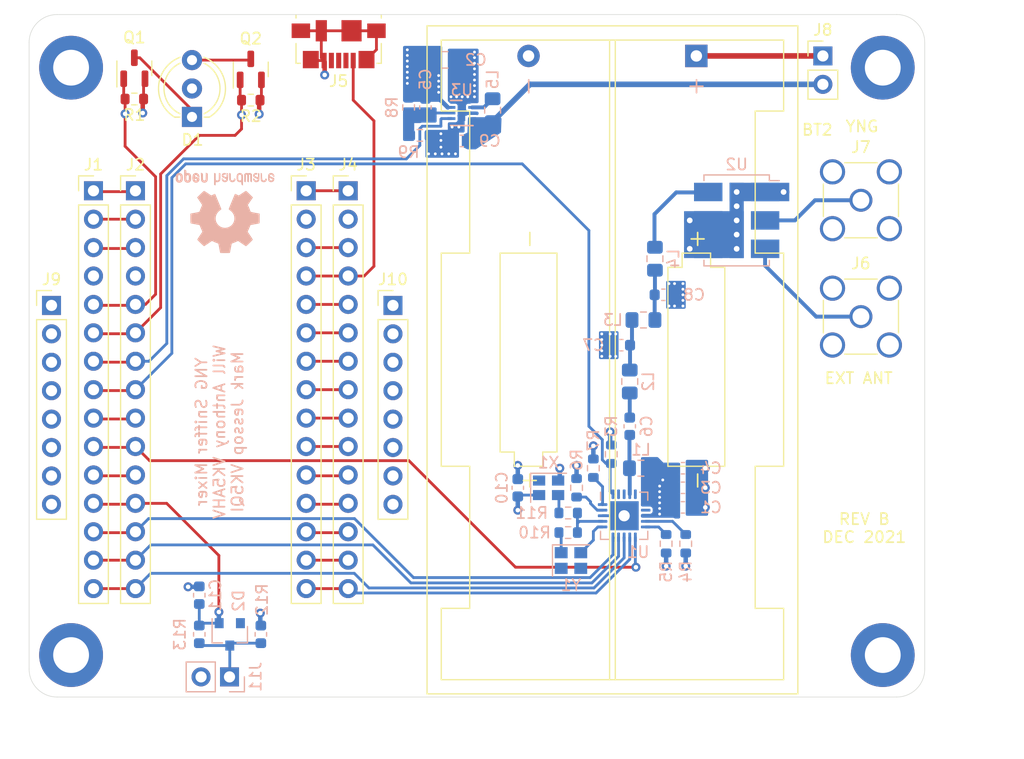
<source format=kicad_pcb>
(kicad_pcb (version 20171130) (host pcbnew "(5.1.12)-1")
  (layers (0 F.Cu signal) (1 In1.Cu power) (2 In2.Cu power) (31 B.Cu signal) (34 B.Paste user) (35 F.Paste user) (36 B.SilkS user) (37 F.SilkS user) (38 B.Mask user) (39 F.Mask user) (44 Edge.Cuts user))
  (net 0 "")
  (net 1 GND)
  (net 2 "Net-(BT2-Pad1)")
  (net 3 +3V3)
  (net 4 "Net-(C5-Pad1)")
  (net 5 "Net-(C6-Pad2)")
  (net 6 "Net-(C6-Pad1)")
  (net 7 "Net-(C7-Pad2)")
  (net 8 "Net-(C8-Pad2)")
  (net 9 "Net-(C9-Pad2)")
  (net 10 /SPI1_MISO)
  (net 11 /SPI1_MOSI)
  (net 12 /SPI1_CS)
  (net 13 /D9)
  (net 14 /D8)
  (net 15 /D7)
  (net 16 /+5VDC)
  (net 17 /D5)
  (net 18 /D4)
  (net 19 /D3)
  (net 20 /D2)
  (net 21 /RESET)
  (net 22 /USART1_RX)
  (net 23 /USART1_TX)
  (net 24 /SPI1_SCK)
  (net 25 /AREF)
  (net 26 /A0)
  (net 27 /A1)
  (net 28 /A2)
  (net 29 /A3)
  (net 30 /A4)
  (net 31 /A5)
  (net 32 /A6)
  (net 33 /A7)
  (net 34 /VIN)
  (net 35 "Net-(J5-Pad4)")
  (net 36 "Net-(J5-Pad3)")
  (net 37 "Net-(J5-Pad2)")
  (net 38 "Net-(J6-Pad1)")
  (net 39 "Net-(J7-Pad1)")
  (net 40 "Net-(L4-Pad2)")
  (net 41 "Net-(L5-Pad1)")
  (net 42 "Net-(D1-Pad1)")
  (net 43 "Net-(D1-Pad3)")
  (net 44 "Net-(R4-Pad2)")
  (net 45 "Net-(R5-Pad2)")
  (net 46 "Net-(R6-Pad2)")
  (net 47 "Net-(R7-Pad2)")
  (net 48 "Net-(R10-Pad2)")
  (net 49 "Net-(R10-Pad1)")
  (net 50 "Net-(R11-Pad1)")
  (net 51 "Net-(U1-Pad16)")
  (net 52 "Net-(U1-Pad7)")
  (net 53 "Net-(U1-Pad5)")
  (net 54 "Net-(U1-Pad3)")
  (net 55 "Net-(U1-Pad2)")
  (net 56 "Net-(X1-Pad1)")
  (net 57 "Net-(D2-Pad3)")
  (net 58 "Net-(D2-Pad2)")
  (module Resistor_SMD:R_0603_1608Metric (layer B.Cu) (at 126.4 57.3 270)
    (fp_text reference R8 (at 0 1.5 90) (layer B.SilkS) (effects (justify mirror)))
    (fp_text value 1M78)
    (pad 2 smd roundrect (at 0.825 0 270) (size 0.8 0.95) (layers B.Cu B.Paste B.Mask) (net 4 "Net-(C5-Pad1)"))
    (pad 1 smd roundrect (at -0.825 0 270) (size 0.8 0.95) (layers B.Cu B.Paste B.Mask) (net 3 +3V3))
  )
  (module Resistor_SMD:R_0603_1608Metric (layer B.Cu) (at 107.7 104.4 90)
    (fp_text reference R13 (at 0 -1.734999 90) (layer B.SilkS) (effects (justify mirror)))
    (fp_text value 100k)
    (pad 2 smd roundrect (at 0.7875 0 90) (size 0.875 0.95) (layers B.Cu B.Paste B.Mask) (net 13 /D9))
    (pad 1 smd roundrect (at -0.7875 0 90) (size 0.875 0.95) (layers B.Cu B.Paste B.Mask) (net 57 "Net-(D2-Pad3)"))
  )
  (module Resistor_SMD:R_0603_1608Metric (layer B.Cu) (at 113.2 104.4 90)
    (fp_text reference R12 (at 3.1 0.1 90) (layer B.SilkS) (effects (justify mirror)))
    (fp_text value 100k)
    (pad 2 smd roundrect (at 0.7875 0 90) (size 0.875 0.95) (layers B.Cu B.Paste B.Mask) (net 3 +3V3))
    (pad 1 smd roundrect (at -0.7875 0 90) (size 0.875 0.95) (layers B.Cu B.Paste B.Mask) (net 57 "Net-(D2-Pad3)"))
  )
  (module Connector_PinHeader_2.54mm:PinHeader_1x02_P2.54mm_Vertical (layer B.Cu) (at 110.4 108.2 90)
    (fp_text reference J11 (at 0 2.33 90) (layer B.SilkS) (effects (justify mirror)))
    (fp_text value Conn_01x02)
    (pad 2 thru_hole oval (at 0 -2.54 90) (size 1.7 1.7) (drill 1) (layers *.Cu *.Mask) (net 1 GND))
    (pad 1 thru_hole rect (at 0 0 90) (size 1.7 1.7) (drill 1) (layers *.Cu *.Mask) (net 57 "Net-(D2-Pad3)"))
  )
  (module Package_TO_SOT_SMD:SOT-23 (layer B.Cu) (at 110.424999 104.4 270)
    (fp_text reference D2 (at -3 -0.775001 90) (layer B.SilkS) (effects (justify mirror)))
    (fp_text value BAT54A)
    (pad 3 smd rect (at 1 0 270) (size 0.9 0.8) (layers B.Cu B.Paste B.Mask) (net 57 "Net-(D2-Pad3)"))
    (pad 2 smd rect (at -1 -0.95 270) (size 0.9 0.8) (layers B.Cu B.Paste B.Mask) (net 58 "Net-(D2-Pad2)"))
    (pad 1 smd rect (at -1 0.95 270) (size 0.9 0.8) (layers B.Cu B.Paste B.Mask) (net 13 /D9))
  )
  (module Capacitor_SMD:C_0603_1608Metric (layer B.Cu) (at 107.7 100.9 90)
    (fp_text reference C11 (at 0 1.43 90) (layer B.SilkS) (effects (justify mirror)))
    (fp_text value 0.1uF)
    (pad 2 smd roundrect (at 0.7875 0 90) (size 0.875 0.95) (layers B.Cu B.Paste B.Mask) (net 1 GND))
    (pad 1 smd roundrect (at -0.7875 0 90) (size 0.875 0.95) (layers B.Cu B.Paste B.Mask) (net 13 /D9))
  )
  (module Connector_PinHeader_2.54mm:PinHeader_1x08_P2.54mm_Vertical (layer F.Cu) (at 125 75)
    (fp_text reference J10 (at 0 -2.33) (layer F.SilkS))
    (fp_text value Conn_01x08)
    (pad 8 thru_hole oval (at 0 17.78) (size 1.7 1.7) (drill 1) (layers *.Cu *.Mask) (net 1 GND))
    (pad 7 thru_hole oval (at 0 15.24) (size 1.7 1.7) (drill 1) (layers *.Cu *.Mask) (net 1 GND))
    (pad 6 thru_hole oval (at 0 12.7) (size 1.7 1.7) (drill 1) (layers *.Cu *.Mask) (net 1 GND))
    (pad 5 thru_hole oval (at 0 10.16) (size 1.7 1.7) (drill 1) (layers *.Cu *.Mask) (net 1 GND))
    (pad 4 thru_hole oval (at 0 7.62) (size 1.7 1.7) (drill 1) (layers *.Cu *.Mask) (net 1 GND))
    (pad 3 thru_hole oval (at 0 5.08) (size 1.7 1.7) (drill 1) (layers *.Cu *.Mask) (net 1 GND))
    (pad 2 thru_hole oval (at 0 2.54) (size 1.7 1.7) (drill 1) (layers *.Cu *.Mask) (net 1 GND))
    (pad 1 thru_hole rect (at 0 0) (size 1.7 1.7) (drill 1) (layers *.Cu *.Mask) (net 1 GND))
  )
  (module Connector_PinHeader_2.54mm:PinHeader_1x08_P2.54mm_Vertical (layer F.Cu) (at 94.5 75)
    (fp_text reference J9 (at 0 -2.33) (layer F.SilkS))
    (fp_text value Conn_01x08)
    (pad 8 thru_hole oval (at 0 17.78) (size 1.7 1.7) (drill 1) (layers *.Cu *.Mask) (net 1 GND))
    (pad 7 thru_hole oval (at 0 15.24) (size 1.7 1.7) (drill 1) (layers *.Cu *.Mask) (net 1 GND))
    (pad 6 thru_hole oval (at 0 12.7) (size 1.7 1.7) (drill 1) (layers *.Cu *.Mask) (net 1 GND))
    (pad 5 thru_hole oval (at 0 10.16) (size 1.7 1.7) (drill 1) (layers *.Cu *.Mask) (net 1 GND))
    (pad 4 thru_hole oval (at 0 7.62) (size 1.7 1.7) (drill 1) (layers *.Cu *.Mask) (net 1 GND))
    (pad 3 thru_hole oval (at 0 5.08) (size 1.7 1.7) (drill 1) (layers *.Cu *.Mask) (net 1 GND))
    (pad 2 thru_hole oval (at 0 2.54) (size 1.7 1.7) (drill 1) (layers *.Cu *.Mask) (net 1 GND))
    (pad 1 thru_hole rect (at 0 0) (size 1.7 1.7) (drill 1) (layers *.Cu *.Mask) (net 1 GND))
  )
  (module Connector_Coaxial:SMA_Amphenol_901-144_Vertical (layer F.Cu) (at 166.8 65.6)
    (fp_text reference J7 (at 0 -4.75) (layer F.SilkS))
    (fp_text value Conn_Coaxial)
    (pad 2 thru_hole circle (at -2.54 2.54) (size 2.25 2.25) (drill 1.7) (layers *.Cu *.Mask) (net 1 GND))
    (pad 2 thru_hole circle (at -2.54 -2.54) (size 2.25 2.25) (drill 1.7) (layers *.Cu *.Mask) (net 1 GND))
    (pad 2 thru_hole circle (at 2.54 -2.54) (size 2.25 2.25) (drill 1.7) (layers *.Cu *.Mask) (net 1 GND))
    (pad 2 thru_hole circle (at 2.54 2.54) (size 2.25 2.25) (drill 1.7) (layers *.Cu *.Mask) (net 1 GND))
    (pad 1 thru_hole circle (at 0 0) (size 2.05 2.05) (drill 1.5) (layers *.Cu *.Mask) (net 39 "Net-(J7-Pad1)"))
  )
  (module Connector_Coaxial:SMA_Amphenol_901-144_Vertical (layer F.Cu) (at 166.8 76)
    (fp_text reference J6 (at 0 -4.75) (layer F.SilkS))
    (fp_text value Conn_Coaxial)
    (pad 2 thru_hole circle (at -2.54 2.54) (size 2.25 2.25) (drill 1.7) (layers *.Cu *.Mask) (net 1 GND))
    (pad 2 thru_hole circle (at -2.54 -2.54) (size 2.25 2.25) (drill 1.7) (layers *.Cu *.Mask) (net 1 GND))
    (pad 2 thru_hole circle (at 2.54 -2.54) (size 2.25 2.25) (drill 1.7) (layers *.Cu *.Mask) (net 1 GND))
    (pad 2 thru_hole circle (at 2.54 2.54) (size 2.25 2.25) (drill 1.7) (layers *.Cu *.Mask) (net 1 GND))
    (pad 1 thru_hole circle (at 0 0) (size 2.05 2.05) (drill 1.5) (layers *.Cu *.Mask) (net 38 "Net-(J6-Pad1)"))
  )
  (module Symbol:OSHW-Logo2_9.8x8mm_SilkScreen (layer B.Cu) (at 110 66.6)
    (fp_text reference REF** hide)
    (fp_text value OSHW-Logo2_9.8x8mm_SilkScreen hide)
  )
  (module MountingHole:MountingHole_3.2mm_M3_ISO7380_Pad_TopBottom (layer F.Cu) (at 168.75 53.75)
    (fp_text reference REF** hide)
    (fp_text value MountingHole_3.2mm_M3_ISO7380_Pad_TopBottom)
    (pad 1 thru_hole circle (at 0 0) (size 3.6 3.6) (drill 3.2) (layers *.Cu *.Mask))
    (pad 1 connect circle (at 0 0) (size 5.7 5.7) (layers F.Cu F.Mask))
    (pad 1 connect circle (at 0 0) (size 5.7 5.7) (layers B.Cu B.Mask))
  )
  (module MountingHole:MountingHole_3.2mm_M3_ISO7380_Pad_TopBottom (layer F.Cu) (at 168.75 106.25)
    (fp_text reference REF** hide)
    (fp_text value MountingHole_3.2mm_M3_ISO7380_Pad_TopBottom)
    (pad 1 thru_hole circle (at 0 0) (size 3.6 3.6) (drill 3.2) (layers *.Cu *.Mask))
    (pad 1 connect circle (at 0 0) (size 5.7 5.7) (layers F.Cu F.Mask))
    (pad 1 connect circle (at 0 0) (size 5.7 5.7) (layers B.Cu B.Mask))
  )
  (module MountingHole:MountingHole_3.2mm_M3_ISO7380_Pad_TopBottom (layer F.Cu) (at 96.25 106.25)
    (fp_text reference REF** hide)
    (fp_text value MountingHole_3.2mm_M3_ISO7380_Pad_TopBottom)
    (pad 1 thru_hole circle (at 0 0) (size 3.6 3.6) (drill 3.2) (layers *.Cu *.Mask))
    (pad 1 connect circle (at 0 0) (size 5.7 5.7) (layers F.Cu F.Mask))
    (pad 1 connect circle (at 0 0) (size 5.7 5.7) (layers B.Cu B.Mask))
  )
  (module MountingHole:MountingHole_3.2mm_M3_ISO7380_Pad_TopBottom (layer F.Cu) (at 96.25 53.75)
    (fp_text reference REF** hide)
    (fp_text value MountingHole_3.2mm_M3_ISO7380_Pad_TopBottom)
    (pad 1 connect circle (at 0 0) (size 5.7 5.7) (layers B.Cu B.Mask))
    (pad 1 connect circle (at 0 0) (size 5.7 5.7) (layers F.Cu F.Mask))
    (pad 1 thru_hole circle (at 0 0) (size 3.6 3.6) (drill 3.2) (layers *.Cu *.Mask))
  )
  (module Package_DFN_QFN:DFN-6-1EP_2x2mm_P0.5mm_EP0.61x1.42mm (layer B.Cu) (at 131.15 57.8 180)
    (fp_text reference U3 (at 0 2.05 180) (layer B.SilkS) (effects (justify mirror)))
    (fp_text value LTC3526)
    (pad 7 smd rect (at 0 0 180) (size 0.61 1.42) (layers B.Cu B.Mask) (net 1 GND))
    (pad 6 smd rect (at 0.925 0.5 180) (size 0.7 0.25) (layers B.Cu B.Paste B.Mask) (net 3 +3V3))
    (pad 5 smd rect (at 0.925 0 180) (size 0.7 0.25) (layers B.Cu B.Paste B.Mask) (net 4 "Net-(C5-Pad1)"))
    (pad 4 smd rect (at 0.925 -0.5 180) (size 0.7 0.25) (layers B.Cu B.Paste B.Mask) (net 18 /D4))
    (pad 3 smd rect (at -0.925 -0.5 180) (size 0.7 0.25) (layers B.Cu B.Paste B.Mask) (net 9 "Net-(C9-Pad2)"))
    (pad 2 smd rect (at -0.925 0 180) (size 0.7 0.25) (layers B.Cu B.Paste B.Mask) (net 1 GND))
    (pad 1 smd rect (at -0.925 0.5 180) (size 0.7 0.25) (layers B.Cu B.Paste B.Mask) (net 41 "Net-(L5-Pad1)"))
  )
  (module LED_THT:LED_D5.0mm-3 (layer F.Cu) (at 107.05 58.15 90)
    (fp_text reference D1 (at -2.05 0.05 180) (layer F.SilkS))
    (fp_text value LED_Dual_ACA)
    (pad 3 thru_hole circle (at 5.08 0 90) (size 1.8 1.8) (drill 0.9) (layers *.Cu *.Mask) (net 43 "Net-(D1-Pad3)"))
    (pad 2 thru_hole circle (at 2.54 0 90) (size 1.8 1.8) (drill 0.9) (layers *.Cu *.Mask) (net 1 GND))
    (pad 1 thru_hole rect (at 0 0 90) (size 1.8 1.8) (drill 0.9) (layers *.Cu *.Mask) (net 42 "Net-(D1-Pad1)"))
  )
  (module Crystal:Crystal_SMD_2520-4Pin_2.5x2.0mm (layer B.Cu) (at 140.9 97.8)
    (fp_text reference Y1 (at 0 2.2 180) (layer B.SilkS) (effects (justify mirror)))
    (fp_text value Crystal)
    (pad 4 smd rect (at -0.875 0.7) (size 1.15 1) (layers B.Cu B.Paste B.Mask))
    (pad 3 smd rect (at 0.875 0.7) (size 1.15 1) (layers B.Cu B.Paste B.Mask))
    (pad 2 smd rect (at 0.875 -0.7) (size 1.15 1) (layers B.Cu B.Paste B.Mask) (net 51 "Net-(U1-Pad16)"))
    (pad 1 smd rect (at -0.875 -0.7) (size 1.15 1) (layers B.Cu B.Paste B.Mask) (net 48 "Net-(R10-Pad2)"))
  )
  (module Oscillator:Oscillator_SMD_SeikoEpson_SG210-4Pin_2.5x2.0mm (layer B.Cu) (at 138.9 91.3)
    (fp_text reference X1 (at 0 -2.25 180) (layer B.SilkS) (effects (justify mirror)))
    (fp_text value "TG2520SMN 30MHz TCXO")
    (pad 4 smd rect (at -0.85 0.65) (size 1.1 0.9) (layers B.Cu B.Paste B.Mask) (net 3 +3V3))
    (pad 3 smd rect (at 0.85 0.65) (size 1.1 0.9) (layers B.Cu B.Paste B.Mask) (net 50 "Net-(R11-Pad1)"))
    (pad 2 smd rect (at 0.85 -0.65) (size 1.1 0.9) (layers B.Cu B.Paste B.Mask) (net 1 GND))
    (pad 1 smd rect (at -0.85 -0.65) (size 1.1 0.9) (layers B.Cu B.Paste B.Mask) (net 56 "Net-(X1-Pad1)"))
  )
  (module RF_Mini-Circuits:Mini-Circuits_CD542_LandPatternPL-052 (layer B.Cu) (at 155.7 67.4 180)
    (fp_text reference U2 (at 0 5) (layer B.SilkS) (effects (justify mirror)))
    (fp_text value ADE-1)
    (pad 4 smd rect (at 2.032 -1.27 180) (size 5.334 4.191) (layers B.Cu) (net 1 GND))
    (pad 1 smd rect (at -2.54 2.54 180) (size 2.54 1.651) (layers B.Cu B.Paste B.Mask) (net 1 GND))
    (pad 2 smd rect (at -2.54 0 180) (size 2.54 1.651) (layers B.Cu B.Paste B.Mask) (net 39 "Net-(J7-Pad1)") (clearance 0.635))
    (pad 3 smd rect (at -2.54 -2.54 180) (size 2.54 1.651) (layers B.Cu B.Paste B.Mask) (net 38 "Net-(J6-Pad1)") (clearance 0.635))
    (pad 6 smd rect (at 2.54 2.54 180) (size 2.54 1.651) (layers B.Cu B.Paste B.Mask) (net 40 "Net-(L4-Pad2)") (clearance 0.635))
    (pad 5 smd rect (at 2.54 0 180) (size 2.54 1.651) (layers B.Cu B.Paste B.Mask) (net 1 GND))
    (pad 4 smd rect (at 2.54 -2.54 180) (size 2.54 1.651) (layers B.Cu B.Paste B.Mask) (net 1 GND))
    (pad 1 thru_hole circle (at -4.191 2.54 180) (size 1.016 1.016) (drill 0.508) (layers *.Cu) (net 1 GND))
    (pad 5 thru_hole circle (at 4.191 0 180) (size 1.016 1.016) (drill 0.508) (layers *.Cu) (net 1 GND))
    (pad 4 thru_hole circle (at 4.191 -2.54 180) (size 1.016 1.016) (drill 0.508) (layers *.Cu) (net 1 GND))
    (pad 1 smd rect (at -2.032 2.54 180) (size 5.334 1.651) (layers B.Cu) (net 1 GND))
    (pad 1 thru_hole circle (at 0 2.54 180) (size 1.016 1.016) (drill 0.508) (layers *.Cu) (net 1 GND))
    (pad 1 thru_hole circle (at 0 1.27 180) (size 1.016 1.016) (drill 0.508) (layers *.Cu) (net 1 GND))
    (pad 1 thru_hole circle (at 0 0 180) (size 1.016 1.016) (drill 0.508) (layers *.Cu) (net 1 GND))
    (pad 1 thru_hole circle (at 0 -1.27 180) (size 1.016 1.016) (drill 0.508) (layers *.Cu) (net 1 GND))
    (pad 1 thru_hole circle (at 0 -2.54 180) (size 1.016 1.016) (drill 0.508) (layers *.Cu) (net 1 GND))
    (pad 1 smd rect (at 0 0 180) (size 1.27 6.731) (layers B.Cu) (net 1 GND))
  )
  (module Package_DFN_QFN:QFN-20-1EP_4x4mm_P0.5mm_EP2.6x2.6mm (layer B.Cu) (at 145.65 93.8 270)
    (fp_text reference U1 (at 3.25 -1.25) (layer B.SilkS) (effects (justify mirror)))
    (fp_text value Si4464)
    (pad 21 smd rect (at 0 0 270) (size 2.6 2.6) (layers B.Cu B.Mask) (net 1 GND))
    (pad 20 smd roundrect (at -1 1.925 270) (size 0.25 0.85) (layers B.Cu B.Paste B.Mask) (net 47 "Net-(R7-Pad2)"))
    (pad 19 smd roundrect (at -0.5 1.925 270) (size 0.25 0.85) (layers B.Cu B.Paste B.Mask) (net 46 "Net-(R6-Pad2)"))
    (pad 18 smd roundrect (at 0 1.925 270) (size 0.25 0.85) (layers B.Cu B.Paste B.Mask) (net 1 GND))
    (pad 17 smd roundrect (at 0.5 1.925 270) (size 0.25 0.85) (layers B.Cu B.Paste B.Mask) (net 49 "Net-(R10-Pad1)"))
    (pad 16 smd roundrect (at 1 1.925 270) (size 0.25 0.85) (layers B.Cu B.Paste B.Mask) (net 51 "Net-(U1-Pad16)"))
    (pad 15 smd roundrect (at 1.925 1 270) (size 0.85 0.25) (layers B.Cu B.Paste B.Mask) (net 12 /SPI1_CS))
    (pad 14 smd roundrect (at 1.925 0.5 270) (size 0.85 0.25) (layers B.Cu B.Paste B.Mask) (net 11 /SPI1_MOSI))
    (pad 13 smd roundrect (at 1.925 0 270) (size 0.85 0.25) (layers B.Cu B.Paste B.Mask) (net 10 /SPI1_MISO))
    (pad 12 smd roundrect (at 1.925 -0.5 270) (size 0.85 0.25) (layers B.Cu B.Paste B.Mask) (net 24 /SPI1_SCK))
    (pad 11 smd roundrect (at 1.925 -1 270) (size 0.85 0.25) (layers B.Cu B.Paste B.Mask) (net 15 /D7))
    (pad 10 smd roundrect (at 1 -1.925 270) (size 0.25 0.85) (layers B.Cu B.Paste B.Mask) (net 45 "Net-(R5-Pad2)"))
    (pad 9 smd roundrect (at 0.5 -1.925 270) (size 0.25 0.85) (layers B.Cu B.Paste B.Mask) (net 44 "Net-(R4-Pad2)"))
    (pad 8 smd roundrect (at 0 -1.925 270) (size 0.25 0.85) (layers B.Cu B.Paste B.Mask) (net 3 +3V3))
    (pad 7 smd roundrect (at -0.5 -1.925 270) (size 0.25 0.85) (layers B.Cu B.Paste B.Mask) (net 52 "Net-(U1-Pad7)"))
    (pad 6 smd roundrect (at -1 -1.925 270) (size 0.25 0.85) (layers B.Cu B.Paste B.Mask) (net 3 +3V3))
    (pad 5 smd roundrect (at -1.925 -1 270) (size 0.85 0.25) (layers B.Cu B.Paste B.Mask) (net 53 "Net-(U1-Pad5)"))
    (pad 4 smd roundrect (at -1.925 -0.5 270) (size 0.85 0.25) (layers B.Cu B.Paste B.Mask) (net 5 "Net-(C6-Pad2)"))
    (pad 3 smd roundrect (at -1.925 0 270) (size 0.85 0.25) (layers B.Cu B.Paste B.Mask) (net 54 "Net-(U1-Pad3)"))
    (pad 2 smd roundrect (at -1.925 0.5 270) (size 0.85 0.25) (layers B.Cu B.Paste B.Mask) (net 55 "Net-(U1-Pad2)"))
    (pad 1 smd roundrect (at -1.925 1 270) (size 0.85 0.25) (layers B.Cu B.Paste B.Mask) (net 17 /D5))
  )
  (module Resistor_SMD:R_0603_1608Metric (layer B.Cu) (at 140.65 93.55)
    (fp_text reference R11 (at -3.25 0 180) (layer B.SilkS) (effects (justify mirror)))
    (fp_text value DNF)
    (pad 2 smd roundrect (at 0.825 0) (size 0.8 0.95) (layers B.Cu B.Paste B.Mask) (net 49 "Net-(R10-Pad1)"))
    (pad 1 smd roundrect (at -0.825 0) (size 0.8 0.95) (layers B.Cu B.Paste B.Mask) (net 50 "Net-(R11-Pad1)"))
  )
  (module Resistor_SMD:R_0603_1608Metric (layer B.Cu) (at 140.65 95.3 180)
    (fp_text reference R10 (at 3 0 180) (layer B.SilkS) (effects (justify mirror)))
    (fp_text value DNF)
    (pad 2 smd roundrect (at 0.825 0 180) (size 0.8 0.95) (layers B.Cu B.Paste B.Mask) (net 48 "Net-(R10-Pad2)"))
    (pad 1 smd roundrect (at -0.825 0 180) (size 0.8 0.95) (layers B.Cu B.Paste B.Mask) (net 49 "Net-(R10-Pad1)"))
  )
  (module Resistor_SMD:R_0603_1608Metric (layer B.Cu) (at 127.4 59.8)
    (fp_text reference R9 (at -1 1.5 180) (layer B.SilkS) (effects (justify mirror)))
    (fp_text value 1M)
    (pad 2 smd roundrect (at 0.825 0) (size 0.8 0.95) (layers B.Cu B.Paste B.Mask) (net 1 GND))
    (pad 1 smd roundrect (at -0.825 0) (size 0.8 0.95) (layers B.Cu B.Paste B.Mask) (net 4 "Net-(C5-Pad1)"))
  )
  (module Resistor_SMD:R_0603_1608Metric (layer B.Cu) (at 142.9 89.55 270)
    (fp_text reference R7 (at -2.5 0 90) (layer B.SilkS) (effects (justify mirror)))
    (fp_text value DNF)
    (pad 2 smd roundrect (at 0.825 0 270) (size 0.8 0.95) (layers B.Cu B.Paste B.Mask) (net 47 "Net-(R7-Pad2)"))
    (pad 1 smd roundrect (at -0.825 0 270) (size 0.8 0.95) (layers B.Cu B.Paste B.Mask) (net 1 GND))
  )
  (module Resistor_SMD:R_0603_1608Metric (layer B.Cu) (at 141.4 91.3 270)
    (fp_text reference R6 (at -2.5 0 90) (layer B.SilkS) (effects (justify mirror)))
    (fp_text value DNF)
    (pad 2 smd roundrect (at 0.825 0 270) (size 0.8 0.95) (layers B.Cu B.Paste B.Mask) (net 46 "Net-(R6-Pad2)"))
    (pad 1 smd roundrect (at -0.825 0 270) (size 0.8 0.95) (layers B.Cu B.Paste B.Mask) (net 1 GND))
  )
  (module Resistor_SMD:R_0603_1608Metric (layer B.Cu) (at 149.4 96.3 90)
    (fp_text reference R5 (at -2.5 0 90) (layer B.SilkS) (effects (justify mirror)))
    (fp_text value DNF)
    (pad 2 smd roundrect (at 0.825 0 90) (size 0.8 0.95) (layers B.Cu B.Paste B.Mask) (net 45 "Net-(R5-Pad2)"))
    (pad 1 smd roundrect (at -0.825 0 90) (size 0.8 0.95) (layers B.Cu B.Paste B.Mask) (net 1 GND))
  )
  (module Resistor_SMD:R_0603_1608Metric (layer B.Cu) (at 151.15 96.3 90)
    (fp_text reference R4 (at -2.5 0 90) (layer B.SilkS) (effects (justify mirror)))
    (fp_text value DNF)
    (pad 2 smd roundrect (at 0.825 0 90) (size 0.8 0.95) (layers B.Cu B.Paste B.Mask) (net 44 "Net-(R4-Pad2)"))
    (pad 1 smd roundrect (at -0.825 0 90) (size 0.8 0.95) (layers B.Cu B.Paste B.Mask) (net 1 GND))
  )
  (module Resistor_SMD:R_0603_1608Metric (layer B.Cu) (at 144.5 88.3 90)
    (fp_text reference R3 (at 2.5 0 90) (layer B.SilkS) (effects (justify mirror)))
    (fp_text value 100k)
    (pad 2 smd roundrect (at 0.825 0 90) (size 0.8 0.95) (layers B.Cu B.Paste B.Mask) (net 1 GND))
    (pad 1 smd roundrect (at -0.825 0 90) (size 0.8 0.95) (layers B.Cu B.Paste B.Mask) (net 17 /D5))
  )
  (module Resistor_SMD:R_0603_1608Metric (layer F.Cu) (at 112.3 56.65 180)
    (fp_text reference R2 (at 0 -1.43) (layer F.SilkS))
    (fp_text value 1M)
    (pad 2 smd roundrect (at 0.825 0 180) (size 0.8 0.95) (layers F.Cu F.Paste F.Mask) (net 19 /D3))
    (pad 1 smd roundrect (at -0.825 0 180) (size 0.8 0.95) (layers F.Cu F.Paste F.Mask) (net 3 +3V3))
  )
  (module Resistor_SMD:R_0603_1608Metric (layer F.Cu) (at 101.9 56.55 180)
    (fp_text reference R1 (at 0 -1.43) (layer F.SilkS))
    (fp_text value 1M)
    (pad 2 smd roundrect (at 0.825 0 180) (size 0.8 0.95) (layers F.Cu F.Paste F.Mask) (net 20 /D2))
    (pad 1 smd roundrect (at -0.825 0 180) (size 0.8 0.95) (layers F.Cu F.Paste F.Mask) (net 3 +3V3))
  )
  (module Package_TO_SOT_SMD:SOT-23 (layer F.Cu) (at 112.3 53.9 90)
    (fp_text reference Q2 (at 2.75 0 180) (layer F.SilkS))
    (fp_text value BSS84)
    (pad 3 smd roundrect (at 0.9375 0 90) (size 1.475 0.6) (layers F.Cu F.Paste F.Mask) (net 43 "Net-(D1-Pad3)"))
    (pad 2 smd roundrect (at -0.9375 0.95 90) (size 1.475 0.6) (layers F.Cu F.Paste F.Mask) (net 3 +3V3))
    (pad 1 smd roundrect (at -0.9375 -0.95 90) (size 1.475 0.6) (layers F.Cu F.Paste F.Mask) (net 19 /D3))
  )
  (module Package_TO_SOT_SMD:SOT-23 (layer F.Cu) (at 101.9 53.8 90)
    (fp_text reference Q1 (at 2.75 0 180) (layer F.SilkS))
    (fp_text value BSS84)
    (pad 3 smd roundrect (at 0.9375 0 90) (size 1.475 0.6) (layers F.Cu F.Paste F.Mask) (net 42 "Net-(D1-Pad1)"))
    (pad 2 smd roundrect (at -0.9375 0.95 90) (size 1.475 0.6) (layers F.Cu F.Paste F.Mask) (net 3 +3V3))
    (pad 1 smd roundrect (at -0.9375 -0.95 90) (size 1.475 0.6) (layers F.Cu F.Paste F.Mask) (net 20 /D2))
  )
  (module Inductor_SMD:L_0805_2012Metric_Pad1.15x1.40mm_HandSolder (layer B.Cu) (at 133.9 57.55 270)
    (fp_text reference L5 (at -2.75 0 90) (layer B.SilkS) (effects (justify mirror)))
    (fp_text value 4.7uH)
    (pad 2 smd roundrect (at 1.025 0 270) (size 1.15 1.4) (layers B.Cu B.Paste B.Mask) (roundrect_rratio 0.217391) (net 9 "Net-(C9-Pad2)"))
    (pad 1 smd roundrect (at -1.025 0 270) (size 1.15 1.4) (layers B.Cu B.Paste B.Mask) (roundrect_rratio 0.217391) (net 41 "Net-(L5-Pad1)"))
  )
  (module Inductor_SMD:L_0805_2012Metric_Pad1.15x1.40mm_HandSolder (layer B.Cu) (at 148.4 70.825 90)
    (fp_text reference L4 (at 0 1.65 90) (layer B.SilkS) (effects (justify mirror)))
    (fp_text value 18nH)
    (pad 2 smd roundrect (at 1.025 0 90) (size 1.15 1.4) (layers B.Cu B.Paste B.Mask) (roundrect_rratio 0.217391) (net 40 "Net-(L4-Pad2)"))
    (pad 1 smd roundrect (at -1.025 0 90) (size 1.15 1.4) (layers B.Cu B.Paste B.Mask) (roundrect_rratio 0.217391) (net 8 "Net-(C8-Pad2)"))
  )
  (module Inductor_SMD:L_0805_2012Metric_Pad1.15x1.40mm_HandSolder (layer B.Cu) (at 147.375 76.3)
    (fp_text reference L3 (at -2.725 0 180) (layer B.SilkS) (effects (justify mirror)))
    (fp_text value 18nH)
    (pad 2 smd roundrect (at 1.025 0) (size 1.15 1.4) (layers B.Cu B.Paste B.Mask) (roundrect_rratio 0.217391) (net 8 "Net-(C8-Pad2)"))
    (pad 1 smd roundrect (at -1.025 0) (size 1.15 1.4) (layers B.Cu B.Paste B.Mask) (roundrect_rratio 0.217391) (net 7 "Net-(C7-Pad2)"))
  )
  (module Inductor_SMD:L_0805_2012Metric_Pad1.15x1.40mm_HandSolder (layer B.Cu) (at 146.15 81.8 90)
    (fp_text reference L2 (at 0 1.65 90) (layer B.SilkS) (effects (justify mirror)))
    (fp_text value 56nH)
    (pad 2 smd roundrect (at 1.025 0 90) (size 1.15 1.4) (layers B.Cu B.Paste B.Mask) (roundrect_rratio 0.217391) (net 7 "Net-(C7-Pad2)"))
    (pad 1 smd roundrect (at -1.025 0 90) (size 1.15 1.4) (layers B.Cu B.Paste B.Mask) (roundrect_rratio 0.217391) (net 6 "Net-(C6-Pad1)"))
  )
  (module Inductor_SMD:L_0805_2012Metric_Pad1.15x1.40mm_HandSolder (layer B.Cu) (at 147.15 89.55 180)
    (fp_text reference L1 (at 0 1.65 180) (layer B.SilkS) (effects (justify mirror)))
    (fp_text value 220nH)
    (pad 2 smd roundrect (at 1.025 0 180) (size 1.15 1.4) (layers B.Cu B.Paste B.Mask) (roundrect_rratio 0.217391) (net 5 "Net-(C6-Pad2)"))
    (pad 1 smd roundrect (at -1.025 0 180) (size 1.15 1.4) (layers B.Cu B.Paste B.Mask) (roundrect_rratio 0.217391) (net 3 +3V3))
  )
  (module Connector_PinHeader_2.54mm:PinHeader_1x02_P2.54mm_Vertical (layer F.Cu) (at 163.4 52.7)
    (fp_text reference J8 (at 0 -2.33) (layer F.SilkS))
    (fp_text value Conn_01x02)
    (pad 2 thru_hole oval (at 0 2.54) (size 1.7 1.7) (drill 1) (layers *.Cu *.Mask) (net 9 "Net-(C9-Pad2)"))
    (pad 1 thru_hole rect (at 0 0) (size 1.7 1.7) (drill 1) (layers *.Cu *.Mask) (net 2 "Net-(BT2-Pad1)"))
  )
  (module Connector_USB:USB_Micro-B_Molex_47346-0001 (layer F.Cu) (at 120.15 51.65 180)
    (fp_text reference J5 (at 0 -3.3 180) (layer F.SilkS))
    (fp_text value USB_B_Micro)
    (pad 6 smd rect (at 1.55 1.2 180) (size 1 1.9) (layers F.Cu F.Paste F.Mask) (net 1 GND))
    (pad 6 smd rect (at -1.15 1.2 180) (size 1.8 1.9) (layers F.Cu F.Paste F.Mask) (net 1 GND))
    (pad 6 smd rect (at 3.375 1.2 180) (size 1.65 1.3) (layers F.Cu F.Paste F.Mask) (net 1 GND))
    (pad 6 smd rect (at -3.375 1.2 180) (size 1.65 1.3) (layers F.Cu F.Paste F.Mask) (net 1 GND))
    (pad 6 smd rect (at 2.4875 -1.375 180) (size 1.425 1.55) (layers F.Cu F.Paste F.Mask) (net 1 GND))
    (pad 6 smd rect (at -2.4875 -1.375 180) (size 1.425 1.55) (layers F.Cu F.Paste F.Mask) (net 1 GND))
    (pad 5 smd rect (at 1.3 -1.46 180) (size 0.45 1.38) (layers F.Cu F.Paste F.Mask) (net 1 GND))
    (pad 4 smd rect (at 0.65 -1.46 180) (size 0.45 1.38) (layers F.Cu F.Paste F.Mask) (net 35 "Net-(J5-Pad4)"))
    (pad 3 smd rect (at 0 -1.46 180) (size 0.45 1.38) (layers F.Cu F.Paste F.Mask) (net 36 "Net-(J5-Pad3)"))
    (pad 2 smd rect (at -0.65 -1.46 180) (size 0.45 1.38) (layers F.Cu F.Paste F.Mask) (net 37 "Net-(J5-Pad2)"))
    (pad 1 smd rect (at -1.3 -1.46 180) (size 0.45 1.38) (layers F.Cu F.Paste F.Mask) (net 16 /+5VDC))
  )
  (module Connector_PinHeader_2.54mm:PinHeader_1x15_P2.54mm_Vertical (layer F.Cu) (at 121 64.75)
    (fp_text reference J4 (at 0 -2.33) (layer F.SilkS))
    (fp_text value Conn_01x15)
    (pad 15 thru_hole oval (at 0 35.56) (size 1.7 1.7) (drill 1) (layers *.Cu *.Mask) (net 24 /SPI1_SCK))
    (pad 14 thru_hole oval (at 0 33.02) (size 1.7 1.7) (drill 1) (layers *.Cu *.Mask) (net 3 +3V3))
    (pad 13 thru_hole oval (at 0 30.48) (size 1.7 1.7) (drill 1) (layers *.Cu *.Mask) (net 25 /AREF))
    (pad 12 thru_hole oval (at 0 27.94) (size 1.7 1.7) (drill 1) (layers *.Cu *.Mask) (net 26 /A0))
    (pad 11 thru_hole oval (at 0 25.4) (size 1.7 1.7) (drill 1) (layers *.Cu *.Mask) (net 27 /A1))
    (pad 10 thru_hole oval (at 0 22.86) (size 1.7 1.7) (drill 1) (layers *.Cu *.Mask) (net 28 /A2))
    (pad 9 thru_hole oval (at 0 20.32) (size 1.7 1.7) (drill 1) (layers *.Cu *.Mask) (net 29 /A3))
    (pad 8 thru_hole oval (at 0 17.78) (size 1.7 1.7) (drill 1) (layers *.Cu *.Mask) (net 30 /A4))
    (pad 7 thru_hole oval (at 0 15.24) (size 1.7 1.7) (drill 1) (layers *.Cu *.Mask) (net 31 /A5))
    (pad 6 thru_hole oval (at 0 12.7) (size 1.7 1.7) (drill 1) (layers *.Cu *.Mask) (net 32 /A6))
    (pad 5 thru_hole oval (at 0 10.16) (size 1.7 1.7) (drill 1) (layers *.Cu *.Mask) (net 33 /A7))
    (pad 4 thru_hole oval (at 0 7.62) (size 1.7 1.7) (drill 1) (layers *.Cu *.Mask) (net 16 /+5VDC))
    (pad 3 thru_hole oval (at 0 5.08) (size 1.7 1.7) (drill 1) (layers *.Cu *.Mask) (net 21 /RESET))
    (pad 2 thru_hole oval (at 0 2.54) (size 1.7 1.7) (drill 1) (layers *.Cu *.Mask) (net 1 GND))
    (pad 1 thru_hole rect (at 0 0) (size 1.7 1.7) (drill 1) (layers *.Cu *.Mask) (net 34 /VIN))
  )
  (module Connector_PinHeader_2.54mm:PinHeader_1x15_P2.54mm_Vertical (layer F.Cu) (at 117.25 64.75)
    (fp_text reference J3 (at 0 -2.33) (layer F.SilkS))
    (fp_text value Conn_01x15)
    (pad 15 thru_hole oval (at 0 35.56) (size 1.7 1.7) (drill 1) (layers *.Cu *.Mask) (net 24 /SPI1_SCK))
    (pad 14 thru_hole oval (at 0 33.02) (size 1.7 1.7) (drill 1) (layers *.Cu *.Mask) (net 3 +3V3))
    (pad 13 thru_hole oval (at 0 30.48) (size 1.7 1.7) (drill 1) (layers *.Cu *.Mask) (net 25 /AREF))
    (pad 12 thru_hole oval (at 0 27.94) (size 1.7 1.7) (drill 1) (layers *.Cu *.Mask) (net 26 /A0))
    (pad 11 thru_hole oval (at 0 25.4) (size 1.7 1.7) (drill 1) (layers *.Cu *.Mask) (net 27 /A1))
    (pad 10 thru_hole oval (at 0 22.86) (size 1.7 1.7) (drill 1) (layers *.Cu *.Mask) (net 28 /A2))
    (pad 9 thru_hole oval (at 0 20.32) (size 1.7 1.7) (drill 1) (layers *.Cu *.Mask) (net 29 /A3))
    (pad 8 thru_hole oval (at 0 17.78) (size 1.7 1.7) (drill 1) (layers *.Cu *.Mask) (net 30 /A4))
    (pad 7 thru_hole oval (at 0 15.24) (size 1.7 1.7) (drill 1) (layers *.Cu *.Mask) (net 31 /A5))
    (pad 6 thru_hole oval (at 0 12.7) (size 1.7 1.7) (drill 1) (layers *.Cu *.Mask) (net 32 /A6))
    (pad 5 thru_hole oval (at 0 10.16) (size 1.7 1.7) (drill 1) (layers *.Cu *.Mask) (net 33 /A7))
    (pad 4 thru_hole oval (at 0 7.62) (size 1.7 1.7) (drill 1) (layers *.Cu *.Mask) (net 16 /+5VDC))
    (pad 3 thru_hole oval (at 0 5.08) (size 1.7 1.7) (drill 1) (layers *.Cu *.Mask) (net 21 /RESET))
    (pad 2 thru_hole oval (at 0 2.54) (size 1.7 1.7) (drill 1) (layers *.Cu *.Mask) (net 1 GND))
    (pad 1 thru_hole rect (at 0 0) (size 1.7 1.7) (drill 1) (layers *.Cu *.Mask) (net 34 /VIN))
  )
  (module Connector_PinHeader_2.54mm:PinHeader_1x15_P2.54mm_Vertical (layer F.Cu) (at 102 64.75)
    (fp_text reference J2 (at 0 -2.33) (layer F.SilkS))
    (fp_text value Conn_01x15)
    (pad 15 thru_hole oval (at 0 35.56) (size 1.7 1.7) (drill 1) (layers *.Cu *.Mask) (net 10 /SPI1_MISO))
    (pad 14 thru_hole oval (at 0 33.02) (size 1.7 1.7) (drill 1) (layers *.Cu *.Mask) (net 11 /SPI1_MOSI))
    (pad 13 thru_hole oval (at 0 30.48) (size 1.7 1.7) (drill 1) (layers *.Cu *.Mask) (net 12 /SPI1_CS))
    (pad 12 thru_hole oval (at 0 27.94) (size 1.7 1.7) (drill 1) (layers *.Cu *.Mask) (net 13 /D9))
    (pad 11 thru_hole oval (at 0 25.4) (size 1.7 1.7) (drill 1) (layers *.Cu *.Mask) (net 14 /D8))
    (pad 10 thru_hole oval (at 0 22.86) (size 1.7 1.7) (drill 1) (layers *.Cu *.Mask) (net 15 /D7))
    (pad 9 thru_hole oval (at 0 20.32) (size 1.7 1.7) (drill 1) (layers *.Cu *.Mask) (net 16 /+5VDC))
    (pad 8 thru_hole oval (at 0 17.78) (size 1.7 1.7) (drill 1) (layers *.Cu *.Mask) (net 17 /D5))
    (pad 7 thru_hole oval (at 0 15.24) (size 1.7 1.7) (drill 1) (layers *.Cu *.Mask) (net 18 /D4))
    (pad 6 thru_hole oval (at 0 12.7) (size 1.7 1.7) (drill 1) (layers *.Cu *.Mask) (net 19 /D3))
    (pad 5 thru_hole oval (at 0 10.16) (size 1.7 1.7) (drill 1) (layers *.Cu *.Mask) (net 20 /D2))
    (pad 4 thru_hole oval (at 0 7.62) (size 1.7 1.7) (drill 1) (layers *.Cu *.Mask) (net 1 GND))
    (pad 3 thru_hole oval (at 0 5.08) (size 1.7 1.7) (drill 1) (layers *.Cu *.Mask) (net 21 /RESET))
    (pad 2 thru_hole oval (at 0 2.54) (size 1.7 1.7) (drill 1) (layers *.Cu *.Mask) (net 22 /USART1_RX))
    (pad 1 thru_hole rect (at 0 0) (size 1.7 1.7) (drill 1) (layers *.Cu *.Mask) (net 23 /USART1_TX))
  )
  (module Connector_PinHeader_2.54mm:PinHeader_1x15_P2.54mm_Vertical (layer F.Cu) (at 98.25 64.75)
    (fp_text reference J1 (at 0 -2.33) (layer F.SilkS))
    (fp_text value Conn_01x15)
    (pad 15 thru_hole oval (at 0 35.56) (size 1.7 1.7) (drill 1) (layers *.Cu *.Mask) (net 10 /SPI1_MISO))
    (pad 14 thru_hole oval (at 0 33.02) (size 1.7 1.7) (drill 1) (layers *.Cu *.Mask) (net 11 /SPI1_MOSI))
    (pad 13 thru_hole oval (at 0 30.48) (size 1.7 1.7) (drill 1) (layers *.Cu *.Mask) (net 12 /SPI1_CS))
    (pad 12 thru_hole oval (at 0 27.94) (size 1.7 1.7) (drill 1) (layers *.Cu *.Mask) (net 13 /D9))
    (pad 11 thru_hole oval (at 0 25.4) (size 1.7 1.7) (drill 1) (layers *.Cu *.Mask) (net 14 /D8))
    (pad 10 thru_hole oval (at 0 22.86) (size 1.7 1.7) (drill 1) (layers *.Cu *.Mask) (net 15 /D7))
    (pad 9 thru_hole oval (at 0 20.32) (size 1.7 1.7) (drill 1) (layers *.Cu *.Mask) (net 16 /+5VDC))
    (pad 8 thru_hole oval (at 0 17.78) (size 1.7 1.7) (drill 1) (layers *.Cu *.Mask) (net 17 /D5))
    (pad 7 thru_hole oval (at 0 15.24) (size 1.7 1.7) (drill 1) (layers *.Cu *.Mask) (net 18 /D4))
    (pad 6 thru_hole oval (at 0 12.7) (size 1.7 1.7) (drill 1) (layers *.Cu *.Mask) (net 19 /D3))
    (pad 5 thru_hole oval (at 0 10.16) (size 1.7 1.7) (drill 1) (layers *.Cu *.Mask) (net 20 /D2))
    (pad 4 thru_hole oval (at 0 7.62) (size 1.7 1.7) (drill 1) (layers *.Cu *.Mask) (net 1 GND))
    (pad 3 thru_hole oval (at 0 5.08) (size 1.7 1.7) (drill 1) (layers *.Cu *.Mask) (net 21 /RESET))
    (pad 2 thru_hole oval (at 0 2.54) (size 1.7 1.7) (drill 1) (layers *.Cu *.Mask) (net 22 /USART1_RX))
    (pad 1 thru_hole rect (at 0 0) (size 1.7 1.7) (drill 1) (layers *.Cu *.Mask) (net 23 /USART1_TX))
  )
  (module Capacitor_SMD:C_0603_1608Metric (layer B.Cu) (at 136.15 91.3 270)
    (fp_text reference C10 (at 0 1.43 90) (layer B.SilkS) (effects (justify mirror)))
    (fp_text value 0.1uF)
    (pad 2 smd roundrect (at 0.775 0 270) (size 0.9 0.95) (layers B.Cu B.Paste B.Mask) (net 3 +3V3))
    (pad 1 smd roundrect (at -0.775 0 270) (size 0.9 0.95) (layers B.Cu B.Paste B.Mask) (net 1 GND))
  )
  (module Capacitor_SMD:C_0603_1608Metric (layer B.Cu) (at 131.15 60.3)
    (fp_text reference C9 (at 2.5 0 180) (layer B.SilkS) (effects (justify mirror)))
    (fp_text value 1uF)
    (pad 2 smd roundrect (at 0.775 0) (size 0.9 0.95) (layers B.Cu B.Paste B.Mask) (net 9 "Net-(C9-Pad2)"))
    (pad 1 smd roundrect (at -0.775 0) (size 0.9 0.95) (layers B.Cu B.Paste B.Mask) (net 1 GND))
  )
  (module Capacitor_SMD:C_0603_1608Metric (layer B.Cu) (at 149.15 74.05 180)
    (fp_text reference C8 (at -2.75 0 180) (layer B.SilkS) (effects (justify mirror)))
    (fp_text value 15pF)
    (pad 2 smd roundrect (at 0.775 0 180) (size 0.9 0.95) (layers B.Cu B.Paste B.Mask) (net 8 "Net-(C8-Pad2)"))
    (pad 1 smd roundrect (at -0.775 0 180) (size 0.9 0.95) (layers B.Cu B.Paste B.Mask) (net 1 GND))
  )
  (module Capacitor_SMD:C_0603_1608Metric (layer B.Cu) (at 145.4 78.55)
    (fp_text reference C7 (at -2.5 0 180) (layer B.SilkS) (effects (justify mirror)))
    (fp_text value 8.2pF)
    (pad 2 smd roundrect (at 0.775 0) (size 0.9 0.95) (layers B.Cu B.Paste B.Mask) (net 7 "Net-(C7-Pad2)"))
    (pad 1 smd roundrect (at -0.775 0) (size 0.9 0.95) (layers B.Cu B.Paste B.Mask) (net 1 GND))
  )
  (module Capacitor_SMD:C_0603_1608Metric (layer B.Cu) (at 146.15 85.8 270)
    (fp_text reference C6 (at 0 -1.5 90) (layer B.SilkS) (effects (justify mirror)))
    (fp_text value 15pF)
    (pad 2 smd roundrect (at 0.775 0 270) (size 0.9 0.95) (layers B.Cu B.Paste B.Mask) (net 5 "Net-(C6-Pad2)"))
    (pad 1 smd roundrect (at -0.775 0 270) (size 0.9 0.95) (layers B.Cu B.Paste B.Mask) (net 6 "Net-(C6-Pad1)"))
  )
  (module Capacitor_SMD:C_0603_1608Metric (layer B.Cu) (at 127.9 57.3 90)
    (fp_text reference C5 (at 2.5 0 90) (layer B.SilkS) (effects (justify mirror)))
    (fp_text value 22pF)
    (pad 2 smd roundrect (at 0.775 0 90) (size 0.9 0.95) (layers B.Cu B.Paste B.Mask) (net 3 +3V3))
    (pad 1 smd roundrect (at -0.775 0 90) (size 0.9 0.95) (layers B.Cu B.Paste B.Mask) (net 4 "Net-(C5-Pad1)"))
  )
  (module Capacitor_SMD:C_0603_1608Metric (layer B.Cu) (at 150.9 89.55 180)
    (fp_text reference C4 (at -2.5 0 180) (layer B.SilkS) (effects (justify mirror)))
    (fp_text value 33pF)
    (pad 2 smd roundrect (at 0.775 0 180) (size 0.9 0.95) (layers B.Cu B.Paste B.Mask) (net 3 +3V3))
    (pad 1 smd roundrect (at -0.775 0 180) (size 0.9 0.95) (layers B.Cu B.Paste B.Mask) (net 1 GND))
  )
  (module Capacitor_SMD:C_0603_1608Metric (layer B.Cu) (at 150.9 91.3 180)
    (fp_text reference C3 (at -2.5 0 180) (layer B.SilkS) (effects (justify mirror)))
    (fp_text value 0.1uF)
    (pad 2 smd roundrect (at 0.775 0 180) (size 0.9 0.95) (layers B.Cu B.Paste B.Mask) (net 3 +3V3))
    (pad 1 smd roundrect (at -0.775 0 180) (size 0.9 0.95) (layers B.Cu B.Paste B.Mask) (net 1 GND))
  )
  (module Capacitor_SMD:C_0805_2012Metric (layer B.Cu) (at 129.65 53.05)
    (fp_text reference C2 (at 2.75 0 180) (layer B.SilkS) (effects (justify mirror)))
    (fp_text value 330uF)
    (pad 2 smd roundrect (at 0.95 0) (size 1 1.45) (layers B.Cu B.Paste B.Mask) (net 1 GND))
    (pad 1 smd roundrect (at -0.95 0) (size 1 1.45) (layers B.Cu B.Paste B.Mask) (net 3 +3V3))
  )
  (module Capacitor_SMD:C_0603_1608Metric (layer B.Cu) (at 150.9 93.05)
    (fp_text reference C1 (at 2.5 0 180) (layer B.SilkS) (effects (justify mirror)))
    (fp_text value 10uF)
    (pad 2 smd roundrect (at 0.775 0) (size 0.9 0.95) (layers B.Cu B.Paste B.Mask) (net 1 GND))
    (pad 1 smd roundrect (at -0.775 0) (size 0.9 0.95) (layers B.Cu B.Paste B.Mask) (net 3 +3V3))
  )
  (module Battery:BatteryHolder_Keystone_2462_2xAA (layer F.Cu) (at 152.1 52.7 270)
    (fp_text reference BT2 (at 6.6 -10.8) (layer F.SilkS))
    (fp_text value LR6/FR6)
    (fp_text user - (at 2.71 15.09 90) (layer B.SilkS) (effects (font (size 1.5 1.5)) (justify mirror)))
    (fp_text user + (at 2.71 0.1 90) (layer B.SilkS) (effects (font (size 1.5 1.5)) (justify mirror)))
    (fp_text user - (at 16.355 14.99 90) (layer F.SilkS) (effects (font (size 1.5 1.5))))
    (fp_text user + (at 37.945 14.99 90) (layer F.SilkS) (effects (font (size 1.5 1.5))))
    (fp_text user + (at 16.355 0 90) (layer F.SilkS) (effects (font (size 1.5 1.5))))
    (fp_text user - (at 37.945 0 90) (layer F.SilkS) (effects (font (size 1.5 1.5))))
    (pad "" np_thru_hole circle (at 27.165 0 270) (size 3.3 3.3) (drill 3.3) (layers *.Cu *.Mask))
    (pad "" np_thru_hole circle (at 27.165 14.99 270) (size 3.3 3.3) (drill 3.3) (layers *.Cu *.Mask))
    (pad 2 thru_hole circle (at 0 14.99 270) (size 2 2) (drill 1.02) (layers *.Cu *.Mask) (net 1 GND))
    (pad 1 thru_hole rect (at 0 0 270) (size 2 2) (drill 1.02) (layers *.Cu *.Mask) (net 2 "Net-(BT2-Pad1)"))
  )
  (gr_line (start 170 110) (end 95 110) (layer Edge.Cuts) (width 0.05))
  (gr_line (start 170 49) (end 95 49) (layer Edge.Cuts) (width 0.05))
  (gr_text "REV B\nDEC 2021" (at 167.1 94.9) (layer F.SilkS) (effects (font (size 1 1))))
  (gr_text "YNG Sniffer Mixer\nWill Anthony VK5AHV\nMark Jessop VK5QI" (at 109.5 86.3 90) (layer B.SilkS) (effects (font (size 1 1)) (justify mirror)))
  (gr_arc (start 95 51.5) (end 95 49) (angle -90) (layer Edge.Cuts) (width 0.05))
  (gr_line (start 92.5 107.5) (end 92.5 51.5) (layer Edge.Cuts) (width 0.05))
  (gr_arc (start 95 107.5) (end 92.5 107.5) (angle -90) (layer Edge.Cuts) (width 0.05))
  (gr_arc (start 170 107.5) (end 170 110) (angle -90) (layer Edge.Cuts) (width 0.05))
  (gr_line (start 172.5 51.5) (end 172.5 107.5) (layer Edge.Cuts) (width 0.05))
  (gr_arc (start 170 51.5) (end 172.5 51.5) (angle -90) (layer Edge.Cuts) (width 0.05))
  (gr_text YNG (at 166.9 59) (layer F.SilkS) (effects (font (size 1 1))))
  (gr_text "EXT ANT" (at 166.6 81.5) (layer F.SilkS) (effects (font (size 1 1))))
  (via (at 113.15 102.5) (size 0.8) (drill 0.4) (layers F.Cu B.Cu) (net 3))
  (segment (start 113.15 102.5) (end 113.15 103.675) (width 0.4) (layer B.Cu) (net 3))
  (via (at 132.282 52.3524) (size 0.4) (drill 0.254) (layers F.Cu B.Cu) (net 1))
  (via (at 132.282 52.8524) (size 0.4) (drill 0.254) (layers F.Cu B.Cu) (net 1))
  (via (at 132.282 53.3524) (size 0.4) (drill 0.254) (layers F.Cu B.Cu) (net 1))
  (via (at 132.282 53.8524) (size 0.4) (drill 0.254) (layers F.Cu B.Cu) (net 1))
  (via (at 132.282 54.3524) (size 0.4) (drill 0.254) (layers F.Cu B.Cu) (net 1))
  (via (at 132.282 54.8524) (size 0.4) (drill 0.254) (layers F.Cu B.Cu) (net 1))
  (via (at 132.282 55.3524) (size 0.4) (drill 0.254) (layers F.Cu B.Cu) (net 1))
  (via (at 132.282 55.8524) (size 0.4) (drill 0.254) (layers F.Cu B.Cu) (net 1))
  (via (at 132.282 56.3524) (size 0.4) (drill 0.254) (layers F.Cu B.Cu) (net 1))
  (via (at 131.682 56.3524) (size 0.4) (drill 0.254) (layers F.Cu B.Cu) (net 1))
  (via (at 131.182 56.3524) (size 0.4) (drill 0.254) (layers F.Cu B.Cu) (net 1))
  (via (at 130.682 56.3524) (size 0.4) (drill 0.254) (layers F.Cu B.Cu) (net 1))
  (via (at 130.182 56.3524) (size 0.4) (drill 0.254) (layers F.Cu B.Cu) (net 1))
  (via (at 128.182 61.4524) (size 0.4) (drill 0.254) (layers F.Cu B.Cu) (net 1))
  (via (at 128.782 61.4524) (size 0.4) (drill 0.254) (layers F.Cu B.Cu) (net 1))
  (via (at 129.382 61.4524) (size 0.4) (drill 0.254) (layers F.Cu B.Cu) (net 1))
  (via (at 129.982 61.4524) (size 0.4) (drill 0.254) (layers F.Cu B.Cu) (net 1))
  (via (at 130.582 61.4524) (size 0.4) (drill 0.254) (layers F.Cu B.Cu) (net 1))
  (via (at 129.282 60.8524) (size 0.4) (drill 0.254) (layers F.Cu B.Cu) (net 1))
  (via (at 129.282 60.2524) (size 0.4) (drill 0.254) (layers F.Cu B.Cu) (net 1))
  (via (at 129.282 59.6524) (size 0.4) (drill 0.254) (layers F.Cu B.Cu) (net 1))
  (via (at 130.282 59.0524) (size 0.4) (drill 0.254) (layers F.Cu B.Cu) (net 1))
  (via (at 130.882 59.0524) (size 0.4) (drill 0.254) (layers F.Cu B.Cu) (net 1))
  (via (at 106.7 100.15) (size 0.8) (drill 0.4) (layers F.Cu B.Cu) (net 1))
  (segment (start 106.7 100.15) (end 107.875 100.15) (width 0.4) (layer B.Cu) (net 1))
  (via (at 143.65 79.55) (size 0.4) (drill 0.254) (layers F.Cu B.Cu) (net 1))
  (via (at 143.65 77.55) (size 0.4) (drill 0.254) (layers F.Cu B.Cu) (net 1))
  (via (at 143.65 78.55) (size 0.4) (drill 0.254) (layers F.Cu B.Cu) (net 1))
  (via (at 143.65 79.05) (size 0.4) (drill 0.254) (layers F.Cu B.Cu) (net 1))
  (via (at 143.65 78.05) (size 0.4) (drill 0.254) (layers F.Cu B.Cu) (net 1))
  (via (at 144.4 79.55) (size 0.4) (drill 0.254) (layers F.Cu B.Cu) (net 1))
  (via (at 144.9 77.55) (size 0.4) (drill 0.254) (layers F.Cu B.Cu) (net 1))
  (via (at 144.4 77.55) (size 0.4) (drill 0.254) (layers F.Cu B.Cu) (net 1))
  (via (at 144.9 79.55) (size 0.4) (drill 0.254) (layers F.Cu B.Cu) (net 1))
  (segment (start 141.4 89.3) (end 141.4 90.475) (width 0.4) (layer B.Cu) (net 1))
  (via (at 141.4 89.3) (size 0.8) (drill 0.4) (layers F.Cu B.Cu) (net 1))
  (segment (start 142.9 87.55) (end 142.9 88.725) (width 0.4) (layer B.Cu) (net 1))
  (via (at 142.9 87.55) (size 0.8) (drill 0.4) (layers F.Cu B.Cu) (net 1))
  (segment (start 144.4 86.3) (end 144.4 87.475) (width 0.4) (layer B.Cu) (net 1))
  (via (at 144.4 86.3) (size 0.8) (drill 0.4) (layers F.Cu B.Cu) (net 1))
  (segment (start 118.9 54.4) (end 118.9 53.225) (width 0.4) (layer F.Cu) (net 1))
  (via (at 118.9 54.4) (size 0.8) (drill 0.4) (layers F.Cu B.Cu) (net 1))
  (via (at 149.65 73.05) (size 0.4) (drill 0.254) (layers F.Cu B.Cu) (net 1))
  (segment (start 136.15 89.3) (end 136.15 90.475) (width 0.4) (layer B.Cu) (net 1))
  (via (at 136.15 89.3) (size 0.8) (drill 0.4) (layers F.Cu B.Cu) (net 1))
  (segment (start 139.9 89.55) (end 139.9 90.725) (width 0.4) (layer B.Cu) (net 1))
  (via (at 139.9 89.55) (size 0.8) (drill 0.4) (layers F.Cu B.Cu) (net 1))
  (via (at 145.65 93.8) (size 1.8) (drill 1) (layers F.Cu B.Cu) (net 1))
  (via (at 149.4 98.3) (size 0.8) (drill 0.4) (layers F.Cu B.Cu) (net 1))
  (via (at 151.15 98.3) (size 0.8) (drill 0.4) (layers F.Cu B.Cu) (net 1))
  (via (at 152.9 93.05) (size 0.8) (drill 0.4) (layers F.Cu B.Cu) (net 1))
  (via (at 152.9 91.3) (size 0.8) (drill 0.4) (layers F.Cu B.Cu) (net 1))
  (via (at 152.9 89.55) (size 0.8) (drill 0.4) (layers F.Cu B.Cu) (net 1))
  (segment (start 149.4 98.3) (end 149.4 97.125) (width 0.4) (layer B.Cu) (net 1))
  (segment (start 151.15 98.3) (end 151.15 97.125) (width 0.4) (layer B.Cu) (net 1))
  (segment (start 143.725 93.8) (end 145.65 93.8) (width 0.25) (layer B.Cu) (net 1))
  (via (at 150.15 73.05) (size 0.4) (drill 0.254) (layers F.Cu B.Cu) (net 1))
  (via (at 150.9 73.05) (size 0.4) (drill 0.254) (layers F.Cu B.Cu) (net 1))
  (via (at 150.9 73.55) (size 0.4) (drill 0.254) (layers F.Cu B.Cu) (net 1))
  (via (at 150.9 74.05) (size 0.4) (drill 0.254) (layers F.Cu B.Cu) (net 1))
  (via (at 150.9 74.55) (size 0.4) (drill 0.254) (layers F.Cu B.Cu) (net 1))
  (via (at 150.9 75.05) (size 0.4) (drill 0.254) (layers F.Cu B.Cu) (net 1))
  (via (at 150.15 75.05) (size 0.4) (drill 0.254) (layers F.Cu B.Cu) (net 1))
  (via (at 149.65 75.05) (size 0.4) (drill 0.254) (layers F.Cu B.Cu) (net 1))
  (segment (start 117.7475 53.11) (end 117.6625 53.025) (width 0.25) (layer F.Cu) (net 1))
  (segment (start 118.85 53.11) (end 117.7475 53.11) (width 0.25) (layer F.Cu) (net 1))
  (segment (start 116.775 50.45) (end 118.6 50.45) (width 0.25) (layer F.Cu) (net 1))
  (segment (start 118.6 50.45) (end 121.3 50.45) (width 0.25) (layer F.Cu) (net 1))
  (segment (start 121.3 50.45) (end 123.525 50.45) (width 0.25) (layer F.Cu) (net 1))
  (segment (start 123.525 52.1375) (end 122.6375 53.025) (width 0.25) (layer F.Cu) (net 1))
  (segment (start 123.525 50.45) (end 123.525 52.1375) (width 0.25) (layer F.Cu) (net 1))
  (segment (start 118.6 52.86) (end 118.85 53.11) (width 0.25) (layer F.Cu) (net 1))
  (segment (start 118.6 50.45) (end 118.6 52.86) (width 0.25) (layer F.Cu) (net 1))
  (segment (start 152.1 52.7) (end 163.4 52.7) (width 0.5) (layer F.Cu) (net 2))
  (via (at 148.818 93.6476) (size 0.4) (drill 0.254) (layers F.Cu B.Cu) (net 3))
  (via (at 148.818 93.1476) (size 0.4) (drill 0.254) (layers F.Cu B.Cu) (net 3))
  (via (at 148.818 92.6476) (size 0.4) (drill 0.254) (layers F.Cu B.Cu) (net 3))
  (via (at 148.818 92.1476) (size 0.4) (drill 0.254) (layers F.Cu B.Cu) (net 3))
  (via (at 148.818 91.6476) (size 0.4) (drill 0.254) (layers F.Cu B.Cu) (net 3))
  (via (at 148.818 91.1476) (size 0.4) (drill 0.254) (layers F.Cu B.Cu) (net 3))
  (via (at 149.1 90.6) (size 0.4) (drill 0.254) (layers F.Cu B.Cu) (net 3))
  (via (at 126.282 52.1524) (size 0.4) (drill 0.254) (layers F.Cu B.Cu) (net 3))
  (via (at 126.282 52.6524) (size 0.4) (drill 0.254) (layers F.Cu B.Cu) (net 3))
  (via (at 126.282 53.1524) (size 0.4) (drill 0.254) (layers F.Cu B.Cu) (net 3))
  (via (at 126.282 53.6524) (size 0.4) (drill 0.254) (layers F.Cu B.Cu) (net 3))
  (via (at 126.282 54.1524) (size 0.4) (drill 0.254) (layers F.Cu B.Cu) (net 3))
  (via (at 126.282 54.6524) (size 0.4) (drill 0.254) (layers F.Cu B.Cu) (net 3))
  (via (at 126.282 55.1524) (size 0.4) (drill 0.254) (layers F.Cu B.Cu) (net 3))
  (via (at 129.082 54.4524) (size 0.4) (drill 0.254) (layers F.Cu B.Cu) (net 3))
  (via (at 129.082 54.9524) (size 0.4) (drill 0.254) (layers F.Cu B.Cu) (net 3))
  (via (at 129.082 55.4524) (size 0.4) (drill 0.254) (layers F.Cu B.Cu) (net 3))
  (via (at 129.082 55.9524) (size 0.4) (drill 0.254) (layers F.Cu B.Cu) (net 3))
  (segment (start 102.65 57.8) (end 102.65 56.625) (width 0.4) (layer F.Cu) (net 3))
  (via (at 102.65 57.8) (size 0.8) (drill 0.4) (layers F.Cu B.Cu) (net 3))
  (segment (start 113.05 57.9) (end 113.05 56.725) (width 0.4) (layer F.Cu) (net 3))
  (via (at 113.05 57.9) (size 0.8) (drill 0.4) (layers F.Cu B.Cu) (net 3))
  (via (at 136.15 93.3) (size 0.8) (drill 0.4) (layers F.Cu B.Cu) (net 3))
  (segment (start 128.65 53.1) (end 128.7 53.05) (width 0.25) (layer B.Cu) (net 3))
  (segment (start 136.275 91.95) (end 136.15 92.075) (width 0.25) (layer B.Cu) (net 3))
  (segment (start 138.05 91.95) (end 136.275 91.95) (width 0.25) (layer B.Cu) (net 3))
  (segment (start 102.725 54.8625) (end 102.85 54.7375) (width 0.25) (layer F.Cu) (net 3))
  (segment (start 102.725 56.55) (end 102.725 54.8625) (width 0.25) (layer F.Cu) (net 3))
  (segment (start 136.15 93.3) (end 136.15 92.075) (width 0.4) (layer B.Cu) (net 3))
  (segment (start 113.25 56.525) (end 113.125 56.65) (width 0.25) (layer F.Cu) (net 3))
  (segment (start 113.25 54.8375) (end 113.25 56.525) (width 0.25) (layer F.Cu) (net 3))
  (segment (start 128.65 53.05) (end 128.7 53.05) (width 0.25) (layer B.Cu) (net 3))
  (segment (start 130.225 57.3) (end 129.9 57.3) (width 0.25) (layer B.Cu) (net 3))
  (segment (start 129.125 56.525) (end 127.9 56.525) (width 0.25) (layer B.Cu) (net 3))
  (segment (start 129.9 57.3) (end 129.125 56.525) (width 0.4) (layer B.Cu) (net 3))
  (segment (start 117.25 97.77) (end 121 97.77) (width 0.25) (layer F.Cu) (net 3))
  (segment (start 128.175 57.8) (end 127.9 58.075) (width 0.25) (layer B.Cu) (net 4))
  (segment (start 130.225 57.8) (end 128.175 57.8) (width 0.25) (layer B.Cu) (net 4))
  (segment (start 146.15 89.575) (end 146.125 89.55) (width 0.25) (layer B.Cu) (net 5))
  (segment (start 146.15 91.875) (end 146.15 89.575) (width 0.35) (layer B.Cu) (net 5))
  (segment (start 146.175 89.5) (end 146.125 89.55) (width 0.25) (layer B.Cu) (net 5))
  (segment (start 146.125 86.6) (end 146.15 86.575) (width 0.25) (layer B.Cu) (net 5))
  (segment (start 146.125 89.55) (end 146.125 86.6) (width 0.35) (layer B.Cu) (net 5))
  (segment (start 146.15 85.025) (end 146.15 82.825) (width 0.35) (layer B.Cu) (net 6))
  (segment (start 146.35 78.375) (end 146.175 78.55) (width 0.25) (layer B.Cu) (net 7))
  (segment (start 146.35 76.3) (end 146.35 78.375) (width 0.35) (layer B.Cu) (net 7))
  (segment (start 146.175 80.75) (end 146.15 80.775) (width 0.25) (layer B.Cu) (net 7))
  (segment (start 146.175 78.55) (end 146.175 80.75) (width 0.35) (layer B.Cu) (net 7))
  (segment (start 148.4 74.025) (end 148.375 74.05) (width 0.25) (layer B.Cu) (net 8))
  (segment (start 148.4 71.85) (end 148.4 74.025) (width 0.35) (layer B.Cu) (net 8))
  (segment (start 148.375 76.275) (end 148.4 76.3) (width 0.25) (layer B.Cu) (net 8))
  (segment (start 148.375 74.05) (end 148.375 76.275) (width 0.35) (layer B.Cu) (net 8))
  (segment (start 132.15 60.525) (end 131.925 60.3) (width 0.25) (layer B.Cu) (net 9))
  (segment (start 131.94 60.315) (end 131.925 60.3) (width 0.25) (layer B.Cu) (net 9))
  (segment (start 137.235 55.24) (end 133.9 58.575) (width 0.5) (layer B.Cu) (net 9))
  (segment (start 163.4 55.24) (end 137.235 55.24) (width 0.5) (layer B.Cu) (net 9))
  (segment (start 133.625 58.3) (end 133.9 58.575) (width 0.25) (layer B.Cu) (net 9))
  (segment (start 132.075 58.3) (end 133.625 58.3) (width 0.25) (layer B.Cu) (net 9))
  (segment (start 145.65 95.725) (end 145.65 95.8) (width 0.25) (layer B.Cu) (net 10))
  (segment (start 98.25 100.31) (end 102 100.31) (width 0.25) (layer F.Cu) (net 10))
  (segment (start 103.364999 98.945001) (end 102 100.31) (width 0.25) (layer B.Cu) (net 10))
  (segment (start 121.545001 98.945001) (end 103.364999 98.945001) (width 0.25) (layer B.Cu) (net 10))
  (segment (start 122.85001 100.25001) (end 121.545001 98.945001) (width 0.25) (layer B.Cu) (net 10))
  (segment (start 142.957812 100.25001) (end 122.85001 100.25001) (width 0.25) (layer B.Cu) (net 10))
  (segment (start 145.65 97.557822) (end 142.957812 100.25001) (width 0.25) (layer B.Cu) (net 10))
  (segment (start 145.65 95.725) (end 145.65 97.557822) (width 0.25) (layer B.Cu) (net 10))
  (segment (start 98.25 97.77) (end 102 97.77) (width 0.25) (layer F.Cu) (net 11))
  (segment (start 145.15 95.725) (end 145.15 97.421412) (width 0.25) (layer B.Cu) (net 11))
  (segment (start 145.15 97.421412) (end 142.771412 99.8) (width 0.25) (layer B.Cu) (net 11))
  (segment (start 142.771412 99.8) (end 126.6 99.8) (width 0.25) (layer B.Cu) (net 11))
  (segment (start 103.364999 96.405001) (end 102 97.77) (width 0.25) (layer B.Cu) (net 11))
  (segment (start 123.205001 96.405001) (end 103.364999 96.405001) (width 0.25) (layer B.Cu) (net 11))
  (segment (start 126.6 99.8) (end 123.205001 96.405001) (width 0.25) (layer B.Cu) (net 11))
  (segment (start 98.25 95.31) (end 102 95.31) (width 0.25) (layer F.Cu) (net 12))
  (segment (start 144.69999 95.77499) (end 144.65 95.725) (width 0.25) (layer B.Cu) (net 12))
  (segment (start 103.175001 94.054999) (end 102 95.23) (width 0.25) (layer B.Cu) (net 12))
  (segment (start 121.564001 94.054999) (end 103.175001 94.054999) (width 0.25) (layer B.Cu) (net 12))
  (segment (start 126.834003 99.325001) (end 121.564001 94.054999) (width 0.25) (layer B.Cu) (net 12))
  (segment (start 144.65 97.285002) (end 142.610001 99.325001) (width 0.25) (layer B.Cu) (net 12))
  (segment (start 142.610001 99.325001) (end 126.834003 99.325001) (width 0.25) (layer B.Cu) (net 12))
  (segment (start 144.65 95.725) (end 144.65 97.285002) (width 0.25) (layer B.Cu) (net 12))
  (segment (start 98.25 92.77) (end 102 92.77) (width 0.25) (layer F.Cu) (net 13))
  (via (at 109.45 102.4) (size 0.8) (drill 0.4) (layers F.Cu B.Cu) (net 13))
  (segment (start 109.45 102.4) (end 109.45 103.575) (width 0.4) (layer B.Cu) (net 13))
  (segment (start 107.9125 103.4) (end 107.7 103.6125) (width 0.25) (layer B.Cu) (net 13))
  (segment (start 109.474999 103.4) (end 107.9125 103.4) (width 0.25) (layer B.Cu) (net 13))
  (segment (start 107.7 101.6875) (end 107.7 103.6125) (width 0.25) (layer B.Cu) (net 13))
  (segment (start 109.45 102.4) (end 109.45 97.35) (width 0.25) (layer F.Cu) (net 13))
  (segment (start 104.79 92.69) (end 102 92.69) (width 0.25) (layer F.Cu) (net 13))
  (segment (start 109.45 97.35) (end 104.79 92.69) (width 0.25) (layer F.Cu) (net 13))
  (segment (start 98.25 90.23) (end 102 90.23) (width 0.25) (layer F.Cu) (net 14))
  (segment (start 98.25 87.69) (end 102 87.69) (width 0.25) (layer F.Cu) (net 15))
  (via (at 146.7 98.4) (size 0.8) (drill 0.4) (layers F.Cu B.Cu) (net 15))
  (segment (start 146.65 98.35) (end 146.7 98.4) (width 0.25) (layer B.Cu) (net 15))
  (segment (start 146.65 95.725) (end 146.65 98.35) (width 0.25) (layer B.Cu) (net 15))
  (segment (start 103.265001 88.875001) (end 126.424999 88.875001) (width 0.25) (layer F.Cu) (net 15))
  (segment (start 102 87.61) (end 103.265001 88.875001) (width 0.25) (layer F.Cu) (net 15))
  (segment (start 135.949998 98.4) (end 146.7 98.4) (width 0.25) (layer F.Cu) (net 15))
  (segment (start 126.424999 88.875001) (end 135.949998 98.4) (width 0.25) (layer F.Cu) (net 15))
  (segment (start 98.25 85.15) (end 102 85.15) (width 0.25) (layer F.Cu) (net 16))
  (segment (start 117.25 72.37) (end 121 72.37) (width 0.25) (layer F.Cu) (net 16))
  (segment (start 121 72.37) (end 122.43 72.37) (width 0.25) (layer F.Cu) (net 16))
  (segment (start 122.43 72.37) (end 123.3 71.5) (width 0.25) (layer F.Cu) (net 16))
  (segment (start 123.3 71.5) (end 123.3 58.5) (width 0.25) (layer F.Cu) (net 16))
  (segment (start 121.45 56.65) (end 121.45 53.11) (width 0.25) (layer F.Cu) (net 16))
  (segment (start 123.3 58.5) (end 121.45 56.65) (width 0.25) (layer F.Cu) (net 16))
  (segment (start 98.25 82.61) (end 102 82.61) (width 0.25) (layer F.Cu) (net 17))
  (segment (start 98.25 80.07) (end 102 80.07) (width 0.25) (layer F.Cu) (net 18))
  (segment (start 104.8 78.4) (end 103.21 79.99) (width 0.25) (layer B.Cu) (net 18))
  (segment (start 126.2 61.9) (end 106.3 61.9) (width 0.25) (layer B.Cu) (net 18))
  (segment (start 103.21 79.99) (end 102 79.99) (width 0.25) (layer B.Cu) (net 18))
  (segment (start 127.4 59.2) (end 127.4 60.7) (width 0.25) (layer B.Cu) (net 18))
  (segment (start 127.4 60.7) (end 126.2 61.9) (width 0.25) (layer B.Cu) (net 18))
  (segment (start 129.282 58.982) (end 127.618 58.982) (width 0.25) (layer B.Cu) (net 18))
  (segment (start 104.8 63.4) (end 104.8 78.4) (width 0.25) (layer B.Cu) (net 18))
  (segment (start 127.618 58.982) (end 127.4 59.2) (width 0.25) (layer B.Cu) (net 18))
  (segment (start 129.282 58.3524) (end 129.282 58.982) (width 0.25) (layer B.Cu) (net 18))
  (segment (start 129.3344 58.3) (end 129.282 58.3524) (width 0.25) (layer B.Cu) (net 18))
  (segment (start 106.3 61.9) (end 104.8 63.4) (width 0.25) (layer B.Cu) (net 18))
  (segment (start 130.225 58.3) (end 129.3344 58.3) (width 0.25) (layer B.Cu) (net 18))
  (segment (start 111.35 56.525) (end 111.475 56.65) (width 0.25) (layer F.Cu) (net 19))
  (segment (start 111.35 54.8375) (end 111.35 56.525) (width 0.25) (layer F.Cu) (net 19))
  (segment (start 111.475 56.65) (end 111.475 57.975) (width 0.25) (layer F.Cu) (net 19))
  (segment (start 111.475 57.975) (end 111.475 57.975) (width 0.25) (layer F.Cu) (net 19))
  (via (at 111.475 57.975) (size 0.8) (drill 0.4) (layers F.Cu B.Cu) (net 19))
  (segment (start 98.25 77.53) (end 102 77.53) (width 0.25) (layer F.Cu) (net 19))
  (segment (start 144.4 91.625) (end 144.65 91.875) (width 0.25) (layer B.Cu) (net 17))
  (segment (start 144.4 89.125) (end 144.4 90.55) (width 0.25) (layer B.Cu) (net 17))
  (segment (start 144.4 90.55) (end 144.4 91.625) (width 0.25) (layer B.Cu) (net 17))
  (segment (start 105.25001 79.27999) (end 102 82.53) (width 0.25) (layer B.Cu) (net 17))
  (segment (start 106.4864 62.35001) (end 105.25001 63.5864) (width 0.25) (layer B.Cu) (net 17))
  (segment (start 136.55001 62.35001) (end 106.4864 62.35001) (width 0.25) (layer B.Cu) (net 17))
  (segment (start 142.5 68.3) (end 136.55001 62.35001) (width 0.25) (layer B.Cu) (net 17))
  (segment (start 142.5 85.8) (end 142.5 68.3) (width 0.25) (layer B.Cu) (net 17))
  (segment (start 143.7 87) (end 142.5 85.8) (width 0.25) (layer B.Cu) (net 17))
  (segment (start 143.7 88.8) (end 143.7 87) (width 0.25) (layer B.Cu) (net 17))
  (segment (start 105.25001 63.5864) (end 105.25001 79.27999) (width 0.25) (layer B.Cu) (net 17))
  (segment (start 144.025 89.125) (end 143.7 88.8) (width 0.25) (layer B.Cu) (net 17))
  (segment (start 144.5 89.125) (end 144.025 89.125) (width 0.25) (layer B.Cu) (net 17))
  (segment (start 102 77.45) (end 104.25001 75.19999) (width 0.25) (layer F.Cu) (net 19))
  (segment (start 104.25001 75.19999) (end 104.25001 63.25001) (width 0.25) (layer F.Cu) (net 19))
  (segment (start 104.25001 63.25001) (end 107.70002 59.8) (width 0.25) (layer F.Cu) (net 19))
  (segment (start 107.70002 59.8) (end 110.9 59.8) (width 0.25) (layer F.Cu) (net 19))
  (segment (start 111.475 59.225) (end 111.475 57.975) (width 0.25) (layer F.Cu) (net 19))
  (segment (start 110.9 59.8) (end 111.475 59.225) (width 0.25) (layer F.Cu) (net 19))
  (segment (start 100.95 56.425) (end 101.075 56.55) (width 0.25) (layer F.Cu) (net 20))
  (segment (start 100.95 54.7375) (end 100.95 56.425) (width 0.25) (layer F.Cu) (net 20))
  (segment (start 101.075 56.55) (end 101.075 57.875) (width 0.25) (layer F.Cu) (net 20))
  (segment (start 101.075 57.875) (end 101.075 57.875) (width 0.25) (layer F.Cu) (net 20))
  (via (at 101.075 57.875) (size 0.8) (drill 0.4) (layers F.Cu B.Cu) (net 20))
  (segment (start 98.25 74.99) (end 102 74.99) (width 0.25) (layer F.Cu) (net 20))
  (segment (start 102 74.91) (end 102.89 74.91) (width 0.25) (layer F.Cu) (net 20))
  (segment (start 102.89 74.91) (end 103.8 74) (width 0.25) (layer F.Cu) (net 20))
  (segment (start 103.8 74) (end 103.8 63.5) (width 0.25) (layer F.Cu) (net 20))
  (segment (start 101.075 60.775) (end 101.075 57.875) (width 0.25) (layer F.Cu) (net 20))
  (segment (start 103.8 63.5) (end 101.075 60.775) (width 0.25) (layer F.Cu) (net 20))
  (segment (start 98.25 69.91) (end 102 69.91) (width 0.25) (layer F.Cu) (net 21))
  (segment (start 117.25 69.83) (end 121 69.83) (width 0.25) (layer F.Cu) (net 21))
  (segment (start 98.25 67.29) (end 102 67.29) (width 0.25) (layer F.Cu) (net 22))
  (segment (start 98.25 64.83) (end 102 64.83) (width 0.25) (layer F.Cu) (net 23))
  (segment (start 117.25 100.31) (end 121 100.31) (width 0.25) (layer F.Cu) (net 24))
  (segment (start 121 100.31) (end 121.39002 100.70002) (width 0.25) (layer B.Cu) (net 24))
  (segment (start 146.15 97.694232) (end 146.15 95.725) (width 0.25) (layer B.Cu) (net 24))
  (segment (start 143.144213 100.700019) (end 146.15 97.694232) (width 0.25) (layer B.Cu) (net 24))
  (segment (start 121.39002 100.70002) (end 143.144213 100.700019) (width 0.25) (layer B.Cu) (net 24))
  (segment (start 117.25 95.31) (end 121 95.31) (width 0.25) (layer F.Cu) (net 25))
  (segment (start 117.25 92.77) (end 121 92.77) (width 0.25) (layer F.Cu) (net 26))
  (segment (start 117.25 90.23) (end 121 90.23) (width 0.25) (layer F.Cu) (net 27))
  (segment (start 117.25 87.61) (end 121 87.61) (width 0.25) (layer F.Cu) (net 28))
  (segment (start 117.25 85.07) (end 121 85.07) (width 0.25) (layer F.Cu) (net 29))
  (segment (start 117.25 82.53) (end 121 82.53) (width 0.25) (layer F.Cu) (net 30))
  (segment (start 117.25 79.99) (end 121 79.99) (width 0.25) (layer F.Cu) (net 31))
  (segment (start 117.25 77.45) (end 121 77.45) (width 0.25) (layer F.Cu) (net 32))
  (segment (start 117.25 74.91) (end 121 74.91) (width 0.25) (layer F.Cu) (net 33))
  (segment (start 117.25 64.75) (end 121 64.75) (width 0.25) (layer F.Cu) (net 34))
  (segment (start 158.24 69.94) (end 158.24 71.44) (width 0.35) (layer B.Cu) (net 38))
  (segment (start 162.8 76) (end 166.8 76) (width 0.35) (layer B.Cu) (net 38))
  (segment (start 158.24 71.44) (end 162.8 76) (width 0.35) (layer B.Cu) (net 38))
  (segment (start 158.24 67.4) (end 160.9 67.4) (width 0.35) (layer B.Cu) (net 39))
  (segment (start 162.7 65.6) (end 166.8 65.6) (width 0.35) (layer B.Cu) (net 39))
  (segment (start 160.9 67.4) (end 162.7 65.6) (width 0.35) (layer B.Cu) (net 39))
  (segment (start 148.36 69.76) (end 148.4 69.8) (width 0.25) (layer B.Cu) (net 40))
  (segment (start 148.36 66.84) (end 148.36 69.76) (width 0.35) (layer B.Cu) (net 40))
  (segment (start 150.3 64.9) (end 148.36 66.84) (width 0.35) (layer B.Cu) (net 40))
  (segment (start 153.12 64.9) (end 153.16 64.86) (width 0.25) (layer B.Cu) (net 40))
  (segment (start 150.3 64.9) (end 153.12 64.9) (width 0.35) (layer B.Cu) (net 40))
  (segment (start 133.125 57.3) (end 133.9 56.525) (width 0.35) (layer B.Cu) (net 41))
  (segment (start 132.075 57.3) (end 133.125 57.3) (width 0.35) (layer B.Cu) (net 41))
  (segment (start 106.7375 57.8375) (end 107.05 58.15) (width 0.25) (layer F.Cu) (net 42))
  (segment (start 107.05 57.528232) (end 107.05 58.15) (width 0.25) (layer F.Cu) (net 42))
  (segment (start 102.384268 52.8625) (end 107.05 57.528232) (width 0.25) (layer F.Cu) (net 42))
  (segment (start 101.9 52.8625) (end 102.384268 52.8625) (width 0.25) (layer F.Cu) (net 42))
  (segment (start 112.2375 52.9) (end 112.3 52.9625) (width 0.25) (layer F.Cu) (net 43))
  (segment (start 112.1925 53.07) (end 112.3 52.9625) (width 0.25) (layer F.Cu) (net 43))
  (segment (start 107.05 53.07) (end 112.1925 53.07) (width 0.25) (layer F.Cu) (net 43))
  (segment (start 149.975 94.3) (end 151.15 95.475) (width 0.25) (layer B.Cu) (net 44))
  (segment (start 147.575 94.3) (end 149.975 94.3) (width 0.25) (layer B.Cu) (net 44))
  (segment (start 148.725 94.8) (end 149.4 95.475) (width 0.25) (layer B.Cu) (net 45))
  (segment (start 148.4 94.8) (end 147.575 94.8) (width 0.25) (layer B.Cu) (net 45))
  (segment (start 148.725 94.8) (end 148.4 94.8) (width 0.25) (layer B.Cu) (net 45))
  (segment (start 143.251978 93.3) (end 142.65 92.698022) (width 0.25) (layer B.Cu) (net 46))
  (segment (start 143.725 93.3) (end 143.251978 93.3) (width 0.25) (layer B.Cu) (net 46))
  (segment (start 142.65 92.698022) (end 142.65 92.55) (width 0.25) (layer B.Cu) (net 46))
  (segment (start 142.225 92.125) (end 141.4 92.125) (width 0.25) (layer B.Cu) (net 46))
  (segment (start 142.65 92.55) (end 142.225 92.125) (width 0.25) (layer B.Cu) (net 46))
  (segment (start 143.65 92.725) (end 143.725 92.8) (width 0.25) (layer B.Cu) (net 47))
  (segment (start 143.725 91.2) (end 142.9 90.375) (width 0.25) (layer B.Cu) (net 47))
  (segment (start 143.725 92.8) (end 143.725 91.2) (width 0.25) (layer B.Cu) (net 47))
  (segment (start 140.025 95.5) (end 139.825 95.3) (width 0.25) (layer B.Cu) (net 48))
  (segment (start 140.025 97.1) (end 140.025 95.5) (width 0.25) (layer B.Cu) (net 48))
  (segment (start 141.65 94.3) (end 141.475 94.475) (width 0.25) (layer B.Cu) (net 49))
  (segment (start 143.725 94.3) (end 141.65 94.3) (width 0.25) (layer B.Cu) (net 49))
  (segment (start 141.475 94.475) (end 141.475 95.3) (width 0.25) (layer B.Cu) (net 49))
  (segment (start 141.475 93.55) (end 141.475 94.475) (width 0.25) (layer B.Cu) (net 49))
  (segment (start 139.825 92.025) (end 139.75 91.95) (width 0.25) (layer B.Cu) (net 50))
  (segment (start 139.825 93.55) (end 139.825 92.025) (width 0.25) (layer B.Cu) (net 50))
  (segment (start 142.9 95.975) (end 141.775 97.1) (width 0.25) (layer B.Cu) (net 51))
  (segment (start 143.3 94.8) (end 142.9 95.2) (width 0.25) (layer B.Cu) (net 51))
  (segment (start 142.9 95.2) (end 142.9 95.975) (width 0.25) (layer B.Cu) (net 51))
  (segment (start 143.725 94.8) (end 143.3 94.8) (width 0.25) (layer B.Cu) (net 51))
  (segment (start 110.424999 108.524999) (end 110.374999 108.574999) (width 0.25) (layer B.Cu) (net 57))
  (segment (start 110.424999 105.4) (end 110.424999 108.524999) (width 0.25) (layer B.Cu) (net 57))
  (segment (start 110.637499 105.1875) (end 110.424999 105.4) (width 0.25) (layer B.Cu) (net 57))
  (segment (start 113.2 105.1875) (end 110.637499 105.1875) (width 0.25) (layer B.Cu) (net 57))
  (segment (start 107.9125 105.4) (end 107.7 105.1875) (width 0.25) (layer B.Cu) (net 57))
  (segment (start 110.424999 105.4) (end 107.9125 105.4) (width 0.25) (layer B.Cu) (net 57))
  (zone (net 9) (net_name "Net-(C9-Pad2)") (layer B.Cu) (connect_pads yes (clearance 0.2)) (min_thickness 0.254) (fill yes (arc_segments 32) (thermal_gap 0.508) (thermal_bridge_width 0.508))
    (polygon (pts (xy 131.7 58.2) (xy 131.65 59.55) (xy 131.15 59.8) (xy 131.15 60.8) (xy 131.65 61.05) (xy 132.4 61.05) (xy 134.65 59.55) (xy 134.7 58.2)))
  )
  (zone (net 1) (net_name GND) (layer B.Cu) (connect_pads yes (clearance 0.2)) (min_thickness 0.254) (fill yes (arc_segments 32) (thermal_gap 0.508) (thermal_bridge_width 0.508))
    (polygon (pts (xy 129.9 52.05) (xy 129.9 59.3) (xy 127.9 59.3) (xy 127.9 61.8) (xy 130.9 61.8) (xy 130.9 59.55) (xy 131.4 59.55) (xy 131.4 58.05) (xy 132.65 58.05) (xy 132.65 52.05)))
  )
  (zone (net 3) (net_name +3V3) (layer B.Cu) (connect_pads yes (clearance 0.2)) (min_thickness 0.254) (fill yes (arc_segments 32) (thermal_gap 0.508) (thermal_bridge_width 0.508))
    (polygon (pts (xy 150.65 89.05) (xy 149.15 89.05) (xy 148.65 88.55) (xy 147.15 88.55) (xy 147.15 94.05) (xy 150.65 94.05)))
  )
  (zone (net 1) (net_name GND) (layer B.Cu) (connect_pads yes (clearance 0.2)) (min_thickness 0.254) (fill yes (arc_segments 32) (thermal_gap 0.508) (thermal_bridge_width 0.508))
    (polygon (pts (xy 153.15 88.8) (xy 151.15 88.8) (xy 151.15 93.8) (xy 153.15 93.8)))
  )
  (zone (net 1) (net_name GND) (layer B.Cu) (connect_pads yes (clearance 0.2)) (min_thickness 0.254) (fill yes (arc_segments 32) (thermal_gap 0.508) (thermal_bridge_width 0.508))
    (polygon (pts (xy 149.4 72.8) (xy 149.4 75.3) (xy 151.15 75.3) (xy 151.15 72.8)))
  )
  (zone (net 1) (net_name GND) (layer B.Cu) (connect_pads yes (clearance 0.2)) (min_thickness 0.254) (fill yes (arc_segments 32) (thermal_gap 0.508) (thermal_bridge_width 0.508))
    (polygon (pts (xy 145.15 79.8) (xy 145.15 77.3) (xy 143.4 77.3) (xy 143.4 79.8)))
  )
  (zone (net 4) (net_name "Net-(C5-Pad1)") (layer B.Cu) (connect_pads yes (clearance 0.2)) (min_thickness 0.254) (fill yes (arc_segments 32) (thermal_gap 0.508) (thermal_bridge_width 0.508))
    (polygon (pts (xy 126.9 60.3) (xy 126.9 58.7) (xy 128.9 58.7) (xy 128.9 57.3) (xy 125.9 57.3) (xy 125.9 60.3)))
  )
  (zone (net 3) (net_name +3V3) (layer B.Cu) (connect_pads yes (clearance 0.2)) (min_thickness 0.254) (fill yes (arc_segments 32) (thermal_gap 0.508) (thermal_bridge_width 0.508))
    (polygon (pts (xy 129.4 56.8) (xy 129.4 51.8) (xy 125.9 51.8) (xy 125.9 56.8)))
  )
)
</source>
